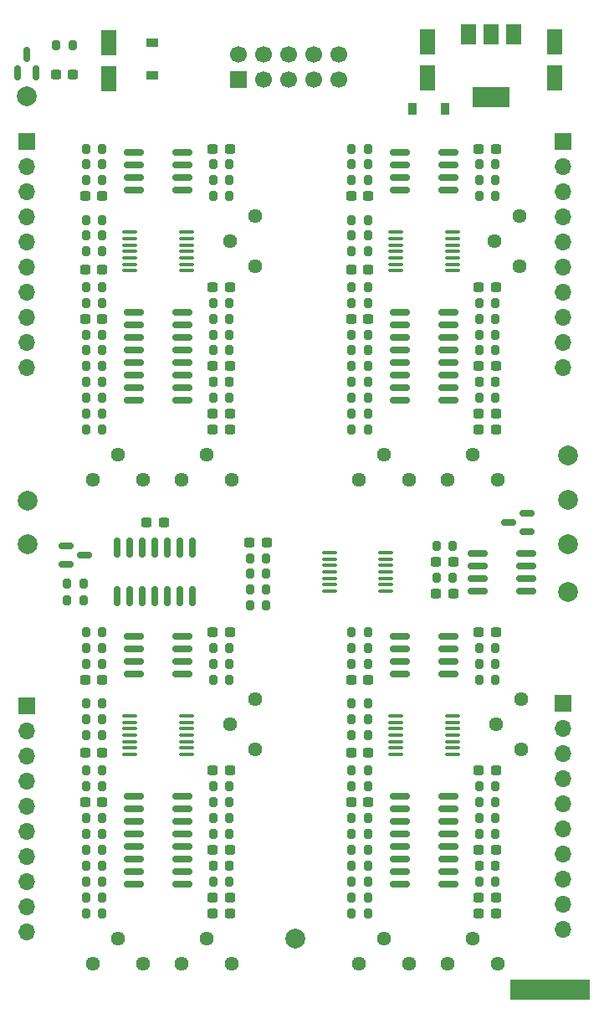
<source format=gbr>
%TF.GenerationSoftware,KiCad,Pcbnew,(6.0.11)*%
%TF.CreationDate,2023-05-28T11:22:08+01:00*%
%TF.ProjectId,Quadraphone,51756164-7261-4706-986f-6e652e6b6963,rev?*%
%TF.SameCoordinates,Original*%
%TF.FileFunction,Soldermask,Top*%
%TF.FilePolarity,Negative*%
%FSLAX46Y46*%
G04 Gerber Fmt 4.6, Leading zero omitted, Abs format (unit mm)*
G04 Created by KiCad (PCBNEW (6.0.11)) date 2023-05-28 11:22:08*
%MOMM*%
%LPD*%
G01*
G04 APERTURE LIST*
G04 Aperture macros list*
%AMRoundRect*
0 Rectangle with rounded corners*
0 $1 Rounding radius*
0 $2 $3 $4 $5 $6 $7 $8 $9 X,Y pos of 4 corners*
0 Add a 4 corners polygon primitive as box body*
4,1,4,$2,$3,$4,$5,$6,$7,$8,$9,$2,$3,0*
0 Add four circle primitives for the rounded corners*
1,1,$1+$1,$2,$3*
1,1,$1+$1,$4,$5*
1,1,$1+$1,$6,$7*
1,1,$1+$1,$8,$9*
0 Add four rect primitives between the rounded corners*
20,1,$1+$1,$2,$3,$4,$5,0*
20,1,$1+$1,$4,$5,$6,$7,0*
20,1,$1+$1,$6,$7,$8,$9,0*
20,1,$1+$1,$8,$9,$2,$3,0*%
G04 Aperture macros list end*
%ADD10C,0.100000*%
%ADD11RoundRect,0.237500X0.300000X0.237500X-0.300000X0.237500X-0.300000X-0.237500X0.300000X-0.237500X0*%
%ADD12C,2.000000*%
%ADD13C,1.440000*%
%ADD14RoundRect,0.218750X-0.218750X-0.256250X0.218750X-0.256250X0.218750X0.256250X-0.218750X0.256250X0*%
%ADD15RoundRect,0.200000X-0.200000X-0.275000X0.200000X-0.275000X0.200000X0.275000X-0.200000X0.275000X0*%
%ADD16RoundRect,0.237500X-0.300000X-0.237500X0.300000X-0.237500X0.300000X0.237500X-0.300000X0.237500X0*%
%ADD17RoundRect,0.200000X0.200000X0.275000X-0.200000X0.275000X-0.200000X-0.275000X0.200000X-0.275000X0*%
%ADD18RoundRect,0.150000X0.825000X0.150000X-0.825000X0.150000X-0.825000X-0.150000X0.825000X-0.150000X0*%
%ADD19RoundRect,0.150000X0.587500X0.150000X-0.587500X0.150000X-0.587500X-0.150000X0.587500X-0.150000X0*%
%ADD20RoundRect,0.150000X-0.150000X0.825000X-0.150000X-0.825000X0.150000X-0.825000X0.150000X0.825000X0*%
%ADD21RoundRect,0.100000X0.637500X0.100000X-0.637500X0.100000X-0.637500X-0.100000X0.637500X-0.100000X0*%
%ADD22RoundRect,0.250000X0.550000X-1.050000X0.550000X1.050000X-0.550000X1.050000X-0.550000X-1.050000X0*%
%ADD23RoundRect,0.150000X-0.587500X-0.150000X0.587500X-0.150000X0.587500X0.150000X-0.587500X0.150000X0*%
%ADD24R,1.200000X0.900000*%
%ADD25R,0.900000X1.200000*%
%ADD26RoundRect,0.150000X-0.825000X-0.150000X0.825000X-0.150000X0.825000X0.150000X-0.825000X0.150000X0*%
%ADD27RoundRect,0.150000X0.150000X-0.587500X0.150000X0.587500X-0.150000X0.587500X-0.150000X-0.587500X0*%
%ADD28R,1.700000X1.700000*%
%ADD29C,1.700000*%
%ADD30R,1.500000X2.000000*%
%ADD31R,3.800000X2.000000*%
%ADD32O,1.700000X1.700000*%
G04 APERTURE END LIST*
%TO.C,FID1*%
G36*
X109700000Y-149700000D02*
G01*
X101700000Y-149700000D01*
X101700000Y-147700000D01*
X109700000Y-147700000D01*
X109700000Y-149700000D01*
G37*
D10*
X109700000Y-149700000D02*
X101700000Y-149700000D01*
X101700000Y-147700000D01*
X109700000Y-147700000D01*
X109700000Y-149700000D01*
%TD*%
D11*
%TO.C,C40*%
X87362500Y-117400000D03*
X85637500Y-117400000D03*
%TD*%
D12*
%TO.C,TP6*%
X52800000Y-58400000D03*
%TD*%
D13*
%TO.C,HF_Track_Trim3*%
X68500000Y-146100000D03*
X71040000Y-143560000D03*
X73580000Y-146100000D03*
%TD*%
D14*
%TO.C,D3*%
X71712500Y-87300000D03*
X73287500Y-87300000D03*
%TD*%
D15*
%TO.C,R2*%
X75375000Y-106700000D03*
X77025000Y-106700000D03*
%TD*%
D11*
%TO.C,C31*%
X73362500Y-141000000D03*
X71637500Y-141000000D03*
%TD*%
D13*
%TO.C,HF_Track_Trim1*%
X68500000Y-97200000D03*
X71040000Y-94660000D03*
X73580000Y-97200000D03*
%TD*%
D11*
%TO.C,C4*%
X73362500Y-77700000D03*
X71637500Y-77700000D03*
%TD*%
D16*
%TO.C,C16*%
X98537500Y-85700000D03*
X100262500Y-85700000D03*
%TD*%
D17*
%TO.C,R82*%
X60425000Y-131400000D03*
X58775000Y-131400000D03*
%TD*%
D13*
%TO.C,Base_Freq_Trim4*%
X86400000Y-146100000D03*
X88940000Y-143560000D03*
X91480000Y-146100000D03*
%TD*%
D15*
%TO.C,R8*%
X71675000Y-82500000D03*
X73325000Y-82500000D03*
%TD*%
D13*
%TO.C,Expo_Trim2*%
X102700000Y-75600000D03*
X100160000Y-73060000D03*
X102700000Y-70520000D03*
%TD*%
D17*
%TO.C,R95*%
X60425000Y-119800000D03*
X58775000Y-119800000D03*
%TD*%
%TO.C,R43*%
X87325000Y-92100000D03*
X85675000Y-92100000D03*
%TD*%
%TO.C,R4*%
X95925000Y-107100000D03*
X94275000Y-107100000D03*
%TD*%
%TO.C,R13*%
X87325000Y-128200000D03*
X85675000Y-128200000D03*
%TD*%
D18*
%TO.C,U18*%
X95475000Y-116805000D03*
X95475000Y-115535000D03*
X95475000Y-114265000D03*
X95475000Y-112995000D03*
X90525000Y-112995000D03*
X90525000Y-114265000D03*
X90525000Y-115535000D03*
X90525000Y-116805000D03*
%TD*%
D19*
%TO.C,U14*%
X103437500Y-102450000D03*
X103437500Y-100550000D03*
X101562500Y-101500000D03*
%TD*%
D11*
%TO.C,C9*%
X77062500Y-103500000D03*
X75337500Y-103500000D03*
%TD*%
D12*
%TO.C,TP7*%
X52900000Y-103700000D03*
%TD*%
D20*
%TO.C,U5*%
X69610000Y-104025000D03*
X68340000Y-104025000D03*
X67070000Y-104025000D03*
X65800000Y-104025000D03*
X64530000Y-104025000D03*
X63260000Y-104025000D03*
X61990000Y-104025000D03*
X61990000Y-108975000D03*
X63260000Y-108975000D03*
X64530000Y-108975000D03*
X65800000Y-108975000D03*
X67070000Y-108975000D03*
X68340000Y-108975000D03*
X69610000Y-108975000D03*
%TD*%
D18*
%TO.C,U3*%
X103375000Y-108405000D03*
X103375000Y-107135000D03*
X103375000Y-105865000D03*
X103375000Y-104595000D03*
X98425000Y-104595000D03*
X98425000Y-105865000D03*
X98425000Y-107135000D03*
X98425000Y-108405000D03*
%TD*%
D15*
%TO.C,R39*%
X85675000Y-85700000D03*
X87325000Y-85700000D03*
%TD*%
%TO.C,R22*%
X58775000Y-88900000D03*
X60425000Y-88900000D03*
%TD*%
%TO.C,R64*%
X85675000Y-137800000D03*
X87325000Y-137800000D03*
%TD*%
D11*
%TO.C,C33*%
X60462500Y-75900000D03*
X58737500Y-75900000D03*
%TD*%
D17*
%TO.C,R9*%
X73325000Y-88900000D03*
X71675000Y-88900000D03*
%TD*%
D15*
%TO.C,R44*%
X98575000Y-66900000D03*
X100225000Y-66900000D03*
%TD*%
D17*
%TO.C,R11*%
X60425000Y-72500000D03*
X58775000Y-72500000D03*
%TD*%
D14*
%TO.C,D5*%
X98612500Y-136200000D03*
X100187500Y-136200000D03*
%TD*%
D21*
%TO.C,U15*%
X68962500Y-124950000D03*
X68962500Y-124300000D03*
X68962500Y-123650000D03*
X68962500Y-123000000D03*
X68962500Y-122350000D03*
X68962500Y-121700000D03*
X68962500Y-121050000D03*
X63237500Y-121050000D03*
X63237500Y-121700000D03*
X63237500Y-122350000D03*
X63237500Y-123000000D03*
X63237500Y-123650000D03*
X63237500Y-124300000D03*
X63237500Y-124950000D03*
%TD*%
D13*
%TO.C,Base_Freq_Trim1*%
X59500000Y-97200000D03*
X62040000Y-94660000D03*
X64580000Y-97200000D03*
%TD*%
D15*
%TO.C,R21*%
X58775000Y-63700000D03*
X60425000Y-63700000D03*
%TD*%
D22*
%TO.C,C11*%
X93400000Y-56500000D03*
X93400000Y-52900000D03*
%TD*%
D15*
%TO.C,R29*%
X58775000Y-65300000D03*
X60425000Y-65300000D03*
%TD*%
%TO.C,R91*%
X71675000Y-117400000D03*
X73325000Y-117400000D03*
%TD*%
D13*
%TO.C,Expo_Trim3*%
X75900000Y-124425000D03*
X73360000Y-121885000D03*
X75900000Y-119345000D03*
%TD*%
D16*
%TO.C,C22*%
X98537500Y-134600000D03*
X100262500Y-134600000D03*
%TD*%
D17*
%TO.C,R77*%
X60425000Y-121400000D03*
X58775000Y-121400000D03*
%TD*%
D15*
%TO.C,R34*%
X85675000Y-87300000D03*
X87325000Y-87300000D03*
%TD*%
%TO.C,R18*%
X58775000Y-87300000D03*
X60425000Y-87300000D03*
%TD*%
%TO.C,R92*%
X58775000Y-112600000D03*
X60425000Y-112600000D03*
%TD*%
D18*
%TO.C,U13*%
X95475000Y-67905000D03*
X95475000Y-66635000D03*
X95475000Y-65365000D03*
X95475000Y-64095000D03*
X90525000Y-64095000D03*
X90525000Y-65365000D03*
X90525000Y-66635000D03*
X90525000Y-67905000D03*
%TD*%
D11*
%TO.C,C35*%
X87362500Y-75900000D03*
X85637500Y-75900000D03*
%TD*%
D16*
%TO.C,C24*%
X98537500Y-112600000D03*
X100262500Y-112600000D03*
%TD*%
D15*
%TO.C,R7*%
X94275000Y-103900000D03*
X95925000Y-103900000D03*
%TD*%
D17*
%TO.C,R35*%
X87325000Y-77700000D03*
X85675000Y-77700000D03*
%TD*%
D11*
%TO.C,C29*%
X73362500Y-139400000D03*
X71637500Y-139400000D03*
%TD*%
%TO.C,C19*%
X100262500Y-92100000D03*
X98537500Y-92100000D03*
%TD*%
D15*
%TO.C,R73*%
X98575000Y-114200000D03*
X100225000Y-114200000D03*
%TD*%
D12*
%TO.C,TP5*%
X107600000Y-108500000D03*
%TD*%
D18*
%TO.C,U16*%
X68575000Y-116805000D03*
X68575000Y-115535000D03*
X68575000Y-114265000D03*
X68575000Y-112995000D03*
X63625000Y-112995000D03*
X63625000Y-114265000D03*
X63625000Y-115535000D03*
X63625000Y-116805000D03*
%TD*%
D17*
%TO.C,R31*%
X87325000Y-72500000D03*
X85675000Y-72500000D03*
%TD*%
D13*
%TO.C,Expo_Trim4*%
X102800000Y-124425000D03*
X100260000Y-121885000D03*
X102800000Y-119345000D03*
%TD*%
D17*
%TO.C,R75*%
X100225000Y-129800000D03*
X98575000Y-129800000D03*
%TD*%
%TO.C,R94*%
X60425000Y-139400000D03*
X58775000Y-139400000D03*
%TD*%
%TO.C,R76*%
X100225000Y-133000000D03*
X98575000Y-133000000D03*
%TD*%
D11*
%TO.C,C6*%
X73362500Y-90500000D03*
X71637500Y-90500000D03*
%TD*%
D17*
%TO.C,R24*%
X73325000Y-80900000D03*
X71675000Y-80900000D03*
%TD*%
D15*
%TO.C,R32*%
X85675000Y-84100000D03*
X87325000Y-84100000D03*
%TD*%
D17*
%TO.C,R63*%
X87325000Y-123000000D03*
X85675000Y-123000000D03*
%TD*%
D16*
%TO.C,C26*%
X58737500Y-129800000D03*
X60462500Y-129800000D03*
%TD*%
D11*
%TO.C,C25*%
X100262500Y-141000000D03*
X98537500Y-141000000D03*
%TD*%
D15*
%TO.C,R74*%
X85675000Y-114200000D03*
X87325000Y-114200000D03*
%TD*%
D21*
%TO.C,U11*%
X95862500Y-124950000D03*
X95862500Y-124300000D03*
X95862500Y-123650000D03*
X95862500Y-123000000D03*
X95862500Y-122350000D03*
X95862500Y-121700000D03*
X95862500Y-121050000D03*
X90137500Y-121050000D03*
X90137500Y-121700000D03*
X90137500Y-122350000D03*
X90137500Y-123000000D03*
X90137500Y-123650000D03*
X90137500Y-124300000D03*
X90137500Y-124950000D03*
%TD*%
D17*
%TO.C,R66*%
X87325000Y-141000000D03*
X85675000Y-141000000D03*
%TD*%
%TO.C,R89*%
X60425000Y-141000000D03*
X58775000Y-141000000D03*
%TD*%
D11*
%TO.C,C27*%
X73362500Y-126600000D03*
X71637500Y-126600000D03*
%TD*%
D15*
%TO.C,R68*%
X98575000Y-117400000D03*
X100225000Y-117400000D03*
%TD*%
%TO.C,R90*%
X71675000Y-115800000D03*
X73325000Y-115800000D03*
%TD*%
%TO.C,R17*%
X58775000Y-85700000D03*
X60425000Y-85700000D03*
%TD*%
D22*
%TO.C,C12*%
X61100000Y-56600000D03*
X61100000Y-53000000D03*
%TD*%
D15*
%TO.C,R87*%
X58775000Y-137800000D03*
X60425000Y-137800000D03*
%TD*%
D11*
%TO.C,C36*%
X87362500Y-68500000D03*
X85637500Y-68500000D03*
%TD*%
%TO.C,C15*%
X100262500Y-77700000D03*
X98537500Y-77700000D03*
%TD*%
D15*
%TO.C,R62*%
X85675000Y-134600000D03*
X87325000Y-134600000D03*
%TD*%
D11*
%TO.C,C21*%
X100262500Y-126600000D03*
X98537500Y-126600000D03*
%TD*%
D12*
%TO.C,TP8*%
X107600000Y-103700000D03*
%TD*%
D17*
%TO.C,R52*%
X100225000Y-80900000D03*
X98575000Y-80900000D03*
%TD*%
%TO.C,R23*%
X60425000Y-92100000D03*
X58775000Y-92100000D03*
%TD*%
D12*
%TO.C,TP2*%
X107600000Y-94700000D03*
%TD*%
D11*
%TO.C,C1*%
X95962500Y-108700000D03*
X94237500Y-108700000D03*
%TD*%
%TO.C,C8*%
X73362500Y-92100000D03*
X71637500Y-92100000D03*
%TD*%
%TO.C,C39*%
X87362500Y-124800000D03*
X85637500Y-124800000D03*
%TD*%
D12*
%TO.C,TP4*%
X80000000Y-143600000D03*
%TD*%
D17*
%TO.C,R47*%
X87325000Y-66900000D03*
X85675000Y-66900000D03*
%TD*%
D23*
%TO.C,Q1*%
X56762500Y-103850000D03*
X56762500Y-105750000D03*
X58637500Y-104800000D03*
%TD*%
D24*
%TO.C,D2*%
X65500000Y-56250000D03*
X65500000Y-52950000D03*
%TD*%
D13*
%TO.C,Base_Freq_Trim2*%
X86400000Y-97200000D03*
X88940000Y-94660000D03*
X91480000Y-97200000D03*
%TD*%
D15*
%TO.C,R38*%
X98575000Y-82500000D03*
X100225000Y-82500000D03*
%TD*%
D21*
%TO.C,U7*%
X95862500Y-76050000D03*
X95862500Y-75400000D03*
X95862500Y-74750000D03*
X95862500Y-74100000D03*
X95862500Y-73450000D03*
X95862500Y-72800000D03*
X95862500Y-72150000D03*
X90137500Y-72150000D03*
X90137500Y-72800000D03*
X90137500Y-73450000D03*
X90137500Y-74100000D03*
X90137500Y-74750000D03*
X90137500Y-75400000D03*
X90137500Y-76050000D03*
%TD*%
D17*
%TO.C,R100*%
X57425000Y-53200000D03*
X55775000Y-53200000D03*
%TD*%
D15*
%TO.C,R19*%
X71675000Y-66900000D03*
X73325000Y-66900000D03*
%TD*%
D16*
%TO.C,C41*%
X71637500Y-63700000D03*
X73362500Y-63700000D03*
%TD*%
D11*
%TO.C,C34*%
X60462500Y-68500000D03*
X58737500Y-68500000D03*
%TD*%
D14*
%TO.C,D4*%
X98612500Y-87300000D03*
X100187500Y-87300000D03*
%TD*%
D15*
%TO.C,R37*%
X58775000Y-84100000D03*
X60425000Y-84100000D03*
%TD*%
D17*
%TO.C,R60*%
X87325000Y-79300000D03*
X85675000Y-79300000D03*
%TD*%
D15*
%TO.C,R67*%
X98575000Y-115800000D03*
X100225000Y-115800000D03*
%TD*%
%TO.C,R45*%
X98575000Y-68500000D03*
X100225000Y-68500000D03*
%TD*%
D16*
%TO.C,C13*%
X58737500Y-80900000D03*
X60462500Y-80900000D03*
%TD*%
%TO.C,C10*%
X55737500Y-56200000D03*
X57462500Y-56200000D03*
%TD*%
D15*
%TO.C,R56*%
X98575000Y-128200000D03*
X100225000Y-128200000D03*
%TD*%
D17*
%TO.C,R25*%
X60425000Y-79300000D03*
X58775000Y-79300000D03*
%TD*%
%TO.C,R83*%
X60425000Y-128200000D03*
X58775000Y-128200000D03*
%TD*%
%TO.C,R88*%
X73325000Y-137800000D03*
X71675000Y-137800000D03*
%TD*%
%TO.C,R12*%
X60425000Y-77700000D03*
X58775000Y-77700000D03*
%TD*%
D15*
%TO.C,R10*%
X71675000Y-79300000D03*
X73325000Y-79300000D03*
%TD*%
D13*
%TO.C,Expo_Trim1*%
X75900000Y-75600000D03*
X73360000Y-73060000D03*
X75900000Y-70520000D03*
%TD*%
D16*
%TO.C,C30*%
X71637500Y-112600000D03*
X73362500Y-112600000D03*
%TD*%
D15*
%TO.C,R69*%
X85675000Y-112600000D03*
X87325000Y-112600000D03*
%TD*%
D17*
%TO.C,R81*%
X60425000Y-126600000D03*
X58775000Y-126600000D03*
%TD*%
D15*
%TO.C,R61*%
X98575000Y-131400000D03*
X100225000Y-131400000D03*
%TD*%
D14*
%TO.C,D6*%
X71712500Y-136200000D03*
X73287500Y-136200000D03*
%TD*%
D15*
%TO.C,R79*%
X71675000Y-128200000D03*
X73325000Y-128200000D03*
%TD*%
%TO.C,R46*%
X85675000Y-63700000D03*
X87325000Y-63700000D03*
%TD*%
D25*
%TO.C,D1*%
X95118750Y-59700000D03*
X91818750Y-59700000D03*
%TD*%
D17*
%TO.C,R36*%
X87325000Y-82500000D03*
X85675000Y-82500000D03*
%TD*%
%TO.C,R98*%
X73325000Y-131400000D03*
X71675000Y-131400000D03*
%TD*%
D26*
%TO.C,U22*%
X63625000Y-129155000D03*
X63625000Y-130425000D03*
X63625000Y-131695000D03*
X63625000Y-132965000D03*
X63625000Y-134235000D03*
X63625000Y-135505000D03*
X63625000Y-136775000D03*
X63625000Y-138045000D03*
X68575000Y-138045000D03*
X68575000Y-136775000D03*
X68575000Y-135505000D03*
X68575000Y-134235000D03*
X68575000Y-132965000D03*
X68575000Y-131695000D03*
X68575000Y-130425000D03*
X68575000Y-129155000D03*
%TD*%
D15*
%TO.C,R33*%
X98575000Y-79300000D03*
X100225000Y-79300000D03*
%TD*%
%TO.C,R41*%
X85675000Y-88900000D03*
X87325000Y-88900000D03*
%TD*%
D17*
%TO.C,R30*%
X73325000Y-84100000D03*
X71675000Y-84100000D03*
%TD*%
D26*
%TO.C,U17*%
X90525000Y-129155000D03*
X90525000Y-130425000D03*
X90525000Y-131695000D03*
X90525000Y-132965000D03*
X90525000Y-134235000D03*
X90525000Y-135505000D03*
X90525000Y-136775000D03*
X90525000Y-138045000D03*
X95475000Y-138045000D03*
X95475000Y-136775000D03*
X95475000Y-135505000D03*
X95475000Y-134235000D03*
X95475000Y-132965000D03*
X95475000Y-131695000D03*
X95475000Y-130425000D03*
X95475000Y-129155000D03*
%TD*%
D17*
%TO.C,R102*%
X58525000Y-107700000D03*
X56875000Y-107700000D03*
%TD*%
D15*
%TO.C,R84*%
X71675000Y-133000000D03*
X73325000Y-133000000D03*
%TD*%
D16*
%TO.C,C7*%
X94237500Y-105500000D03*
X95962500Y-105500000D03*
%TD*%
D17*
%TO.C,R48*%
X87325000Y-90500000D03*
X85675000Y-90500000D03*
%TD*%
D15*
%TO.C,R20*%
X71675000Y-68500000D03*
X73325000Y-68500000D03*
%TD*%
%TO.C,R50*%
X98575000Y-65300000D03*
X100225000Y-65300000D03*
%TD*%
%TO.C,R55*%
X85675000Y-133000000D03*
X87325000Y-133000000D03*
%TD*%
D11*
%TO.C,C17*%
X100262500Y-90500000D03*
X98537500Y-90500000D03*
%TD*%
D13*
%TO.C,Base_Freq_Trim3*%
X59500000Y-146100000D03*
X62040000Y-143560000D03*
X64580000Y-146100000D03*
%TD*%
D11*
%TO.C,C32*%
X66662500Y-101500000D03*
X64937500Y-101500000D03*
%TD*%
D27*
%TO.C,U4*%
X51850000Y-56037500D03*
X53750000Y-56037500D03*
X52800000Y-54162500D03*
%TD*%
D16*
%TO.C,C18*%
X98537500Y-63700000D03*
X100262500Y-63700000D03*
%TD*%
D11*
%TO.C,C37*%
X60462500Y-124800000D03*
X58737500Y-124800000D03*
%TD*%
D16*
%TO.C,C14*%
X85637500Y-80900000D03*
X87362500Y-80900000D03*
%TD*%
D15*
%TO.C,R85*%
X58775000Y-134600000D03*
X60425000Y-134600000D03*
%TD*%
D17*
%TO.C,R16*%
X60425000Y-90500000D03*
X58775000Y-90500000D03*
%TD*%
D22*
%TO.C,C3*%
X106268750Y-56500000D03*
X106268750Y-52900000D03*
%TD*%
D15*
%TO.C,R80*%
X58775000Y-136200000D03*
X60425000Y-136200000D03*
%TD*%
D17*
%TO.C,R72*%
X87325000Y-119800000D03*
X85675000Y-119800000D03*
%TD*%
%TO.C,R71*%
X87325000Y-139400000D03*
X85675000Y-139400000D03*
%TD*%
D11*
%TO.C,C23*%
X100262500Y-139400000D03*
X98537500Y-139400000D03*
%TD*%
D15*
%TO.C,R57*%
X85675000Y-136200000D03*
X87325000Y-136200000D03*
%TD*%
D21*
%TO.C,U6*%
X68962500Y-76050000D03*
X68962500Y-75400000D03*
X68962500Y-74750000D03*
X68962500Y-74100000D03*
X68962500Y-73450000D03*
X68962500Y-72800000D03*
X68962500Y-72150000D03*
X63237500Y-72150000D03*
X63237500Y-72800000D03*
X63237500Y-73450000D03*
X63237500Y-74100000D03*
X63237500Y-74750000D03*
X63237500Y-75400000D03*
X63237500Y-76050000D03*
%TD*%
D17*
%TO.C,R86*%
X60425000Y-123000000D03*
X58775000Y-123000000D03*
%TD*%
%TO.C,R99*%
X73325000Y-129800000D03*
X71675000Y-129800000D03*
%TD*%
%TO.C,R58*%
X87325000Y-126600000D03*
X85675000Y-126600000D03*
%TD*%
D12*
%TO.C,TP3*%
X107600000Y-99200000D03*
%TD*%
D21*
%TO.C,U8*%
X89162500Y-108450000D03*
X89162500Y-107800000D03*
X89162500Y-107150000D03*
X89162500Y-106500000D03*
X89162500Y-105850000D03*
X89162500Y-105200000D03*
X89162500Y-104550000D03*
X83437500Y-104550000D03*
X83437500Y-105200000D03*
X83437500Y-105850000D03*
X83437500Y-106500000D03*
X83437500Y-107150000D03*
X83437500Y-107800000D03*
X83437500Y-108450000D03*
%TD*%
D17*
%TO.C,R59*%
X87325000Y-131400000D03*
X85675000Y-131400000D03*
%TD*%
D13*
%TO.C,HF_Track_Trim2*%
X95400000Y-97200000D03*
X97940000Y-94660000D03*
X100480000Y-97200000D03*
%TD*%
D18*
%TO.C,U10*%
X68575000Y-67905000D03*
X68575000Y-66635000D03*
X68575000Y-65365000D03*
X68575000Y-64095000D03*
X63625000Y-64095000D03*
X63625000Y-65365000D03*
X63625000Y-66635000D03*
X63625000Y-67905000D03*
%TD*%
D15*
%TO.C,R78*%
X58775000Y-133000000D03*
X60425000Y-133000000D03*
%TD*%
D16*
%TO.C,C5*%
X71637500Y-85700000D03*
X73362500Y-85700000D03*
%TD*%
D17*
%TO.C,R70*%
X87325000Y-115800000D03*
X85675000Y-115800000D03*
%TD*%
D16*
%TO.C,C20*%
X85637500Y-129800000D03*
X87362500Y-129800000D03*
%TD*%
D17*
%TO.C,R42*%
X100225000Y-88900000D03*
X98575000Y-88900000D03*
%TD*%
D13*
%TO.C,HF_Track_Trim4*%
X95400000Y-146100000D03*
X97940000Y-143560000D03*
X100480000Y-146100000D03*
%TD*%
D17*
%TO.C,R54*%
X87325000Y-121400000D03*
X85675000Y-121400000D03*
%TD*%
%TO.C,R53*%
X100225000Y-84100000D03*
X98575000Y-84100000D03*
%TD*%
D26*
%TO.C,U9*%
X63625000Y-80255000D03*
X63625000Y-81525000D03*
X63625000Y-82795000D03*
X63625000Y-84065000D03*
X63625000Y-85335000D03*
X63625000Y-86605000D03*
X63625000Y-87875000D03*
X63625000Y-89145000D03*
X68575000Y-89145000D03*
X68575000Y-87875000D03*
X68575000Y-86605000D03*
X68575000Y-85335000D03*
X68575000Y-84065000D03*
X68575000Y-82795000D03*
X68575000Y-81525000D03*
X68575000Y-80255000D03*
%TD*%
D17*
%TO.C,R26*%
X60425000Y-66900000D03*
X58775000Y-66900000D03*
%TD*%
D15*
%TO.C,R51*%
X85675000Y-65300000D03*
X87325000Y-65300000D03*
%TD*%
D28*
%TO.C,J5*%
X74200000Y-56700000D03*
D29*
X74200000Y-54160000D03*
X76740000Y-56700000D03*
X76740000Y-54160000D03*
X79280000Y-56700000D03*
X79280000Y-54160000D03*
X81820000Y-56700000D03*
X81820000Y-54160000D03*
X84360000Y-56700000D03*
X84360000Y-54160000D03*
%TD*%
D17*
%TO.C,R65*%
X100225000Y-137800000D03*
X98575000Y-137800000D03*
%TD*%
D16*
%TO.C,C28*%
X71637500Y-134600000D03*
X73362500Y-134600000D03*
%TD*%
D30*
%TO.C,U1*%
X102100000Y-52150000D03*
D31*
X99800000Y-58450000D03*
D30*
X99800000Y-52150000D03*
X97500000Y-52150000D03*
%TD*%
D15*
%TO.C,R28*%
X71675000Y-65300000D03*
X73325000Y-65300000D03*
%TD*%
D11*
%TO.C,C38*%
X60462500Y-117400000D03*
X58737500Y-117400000D03*
%TD*%
D15*
%TO.C,R1*%
X75375000Y-105100000D03*
X77025000Y-105100000D03*
%TD*%
D17*
%TO.C,R15*%
X60425000Y-74100000D03*
X58775000Y-74100000D03*
%TD*%
%TO.C,R40*%
X87325000Y-74100000D03*
X85675000Y-74100000D03*
%TD*%
%TO.C,R93*%
X60425000Y-115800000D03*
X58775000Y-115800000D03*
%TD*%
%TO.C,R27*%
X60425000Y-70900000D03*
X58775000Y-70900000D03*
%TD*%
D15*
%TO.C,R3*%
X75375000Y-108300000D03*
X77025000Y-108300000D03*
%TD*%
D12*
%TO.C,TP1*%
X52900000Y-99300000D03*
%TD*%
D15*
%TO.C,R97*%
X58775000Y-114200000D03*
X60425000Y-114200000D03*
%TD*%
D17*
%TO.C,R49*%
X87325000Y-70900000D03*
X85675000Y-70900000D03*
%TD*%
%TO.C,R14*%
X60425000Y-82500000D03*
X58775000Y-82500000D03*
%TD*%
D26*
%TO.C,U12*%
X90525000Y-80255000D03*
X90525000Y-81525000D03*
X90525000Y-82795000D03*
X90525000Y-84065000D03*
X90525000Y-85335000D03*
X90525000Y-86605000D03*
X90525000Y-87875000D03*
X90525000Y-89145000D03*
X95475000Y-89145000D03*
X95475000Y-87875000D03*
X95475000Y-86605000D03*
X95475000Y-85335000D03*
X95475000Y-84065000D03*
X95475000Y-82795000D03*
X95475000Y-81525000D03*
X95475000Y-80255000D03*
%TD*%
D17*
%TO.C,R101*%
X58525000Y-109400000D03*
X56875000Y-109400000D03*
%TD*%
D15*
%TO.C,R96*%
X71675000Y-114200000D03*
X73325000Y-114200000D03*
%TD*%
%TO.C,R6*%
X75375000Y-109900000D03*
X77025000Y-109900000D03*
%TD*%
D28*
%TO.C,J4*%
X107100000Y-119800000D03*
D32*
X107100000Y-122340000D03*
X107100000Y-124880000D03*
X107100000Y-127420000D03*
X107100000Y-129960000D03*
X107100000Y-132500000D03*
X107100000Y-135040000D03*
X107100000Y-137580000D03*
X107100000Y-140120000D03*
X107100000Y-142660000D03*
%TD*%
D28*
%TO.C,J3*%
X52800000Y-120000000D03*
D32*
X52800000Y-122540000D03*
X52800000Y-125080000D03*
X52800000Y-127620000D03*
X52800000Y-130160000D03*
X52800000Y-132700000D03*
X52800000Y-135240000D03*
X52800000Y-137780000D03*
X52800000Y-140320000D03*
X52800000Y-142860000D03*
%TD*%
D28*
%TO.C,J2*%
X107100000Y-63000000D03*
D32*
X107100000Y-65540000D03*
X107100000Y-68080000D03*
X107100000Y-70620000D03*
X107100000Y-73160000D03*
X107100000Y-75700000D03*
X107100000Y-78240000D03*
X107100000Y-80780000D03*
X107100000Y-83320000D03*
X107100000Y-85860000D03*
%TD*%
D28*
%TO.C,J1*%
X52800000Y-63000000D03*
D32*
X52800000Y-65540000D03*
X52800000Y-68080000D03*
X52800000Y-70620000D03*
X52800000Y-73160000D03*
X52800000Y-75700000D03*
X52800000Y-78240000D03*
X52800000Y-80780000D03*
X52800000Y-83320000D03*
X52800000Y-85860000D03*
%TD*%
M02*

</source>
